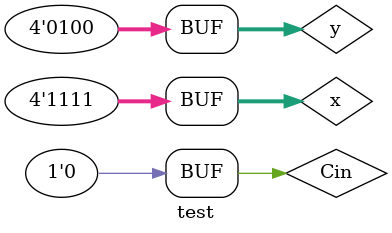
<source format=v>
`timescale 1ns / 1ps


module test();
    reg [3:0] x, y;
    reg Cin;
    wire [3:0] s;
    wire Cout;
    
 // paralleladder    (x, y, Cin, s, Cout)
    paralleladder uut(x, y, Cin, s, Cout);
    
    initial
        begin
        x = 0; y = 0; Cin = 0;
#1      x = 3; y = 4; Cin = 0;        
#1      x = 3; y = 4; Cin = 1;        
#1      x = 7; y = 7; Cin = 1;        
#1      x = 15; y = 4; Cin = 0;       
        end 
endmodule

</source>
